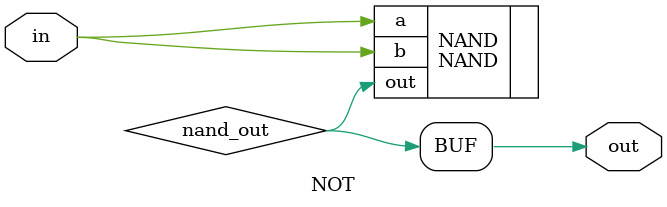
<source format=v>

module NOT
(
    input  in,
    output out
);

// | a | out |
// | - | --- |
// | 0 | 1   | NOT(a)
// | 1 | 0   | NOT(a)

// NOT(a) OR NOT(a)
// NOT(a)
// assign out = ~a;

// (a NAND a)

NAND NAND
(
    .a(in),
    .b(in),
    .out(nand_out)
);

assign out = nand_out;

endmodule

</source>
